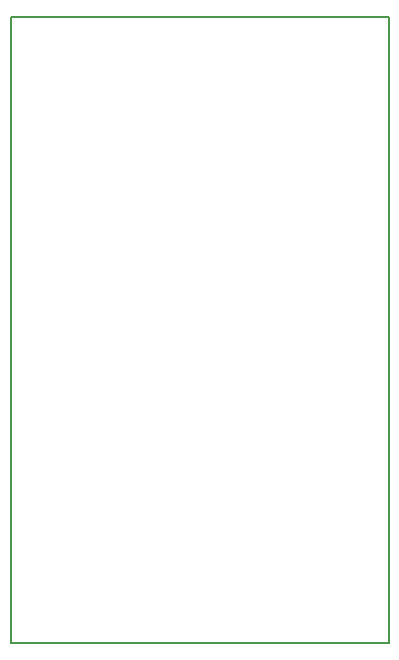
<source format=gbr>
%TF.GenerationSoftware,KiCad,Pcbnew,(5.1.12)-1*%
%TF.CreationDate,2023-02-25T13:30:59+03:00*%
%TF.ProjectId,SEGA_GamePad,53454741-5f47-4616-9d65-5061642e6b69,rev?*%
%TF.SameCoordinates,Original*%
%TF.FileFunction,Profile,NP*%
%FSLAX46Y46*%
G04 Gerber Fmt 4.6, Leading zero omitted, Abs format (unit mm)*
G04 Created by KiCad (PCBNEW (5.1.12)-1) date 2023-02-25 13:30:59*
%MOMM*%
%LPD*%
G01*
G04 APERTURE LIST*
%TA.AperFunction,Profile*%
%ADD10C,0.200000*%
%TD*%
G04 APERTURE END LIST*
D10*
X195720000Y-36410000D02*
X163720000Y-36410000D01*
X195720000Y-89410000D02*
X195720000Y-36410000D01*
X163720000Y-89410000D02*
X195720000Y-89410000D01*
X163720000Y-36410000D02*
X163720000Y-89410000D01*
M02*

</source>
